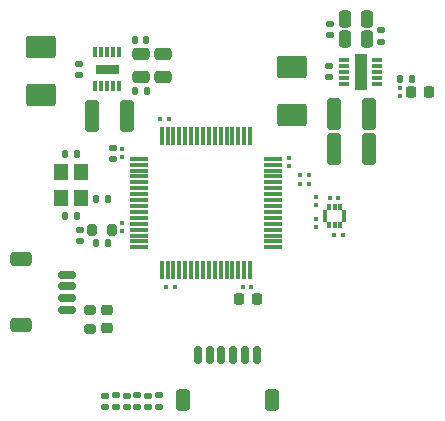
<source format=gbr>
%TF.GenerationSoftware,KiCad,Pcbnew,(6.0.4)*%
%TF.CreationDate,2023-01-18T12:07:05-06:00*%
%TF.ProjectId,Flight_Controller,466c6967-6874-45f4-936f-6e74726f6c6c,rev?*%
%TF.SameCoordinates,Original*%
%TF.FileFunction,Paste,Top*%
%TF.FilePolarity,Positive*%
%FSLAX46Y46*%
G04 Gerber Fmt 4.6, Leading zero omitted, Abs format (unit mm)*
G04 Created by KiCad (PCBNEW (6.0.4)) date 2023-01-18 12:07:05*
%MOMM*%
%LPD*%
G01*
G04 APERTURE LIST*
G04 Aperture macros list*
%AMRoundRect*
0 Rectangle with rounded corners*
0 $1 Rounding radius*
0 $2 $3 $4 $5 $6 $7 $8 $9 X,Y pos of 4 corners*
0 Add a 4 corners polygon primitive as box body*
4,1,4,$2,$3,$4,$5,$6,$7,$8,$9,$2,$3,0*
0 Add four circle primitives for the rounded corners*
1,1,$1+$1,$2,$3*
1,1,$1+$1,$4,$5*
1,1,$1+$1,$6,$7*
1,1,$1+$1,$8,$9*
0 Add four rect primitives between the rounded corners*
20,1,$1+$1,$2,$3,$4,$5,0*
20,1,$1+$1,$4,$5,$6,$7,0*
20,1,$1+$1,$6,$7,$8,$9,0*
20,1,$1+$1,$8,$9,$2,$3,0*%
G04 Aperture macros list end*
%ADD10C,0.010000*%
%ADD11RoundRect,0.135000X-0.185000X0.135000X-0.185000X-0.135000X0.185000X-0.135000X0.185000X0.135000X0*%
%ADD12RoundRect,0.147500X-0.172500X0.147500X-0.172500X-0.147500X0.172500X-0.147500X0.172500X0.147500X0*%
%ADD13RoundRect,0.079500X0.100500X-0.079500X0.100500X0.079500X-0.100500X0.079500X-0.100500X-0.079500X0*%
%ADD14RoundRect,0.079500X-0.079500X-0.100500X0.079500X-0.100500X0.079500X0.100500X-0.079500X0.100500X0*%
%ADD15RoundRect,0.200000X0.200000X0.275000X-0.200000X0.275000X-0.200000X-0.275000X0.200000X-0.275000X0*%
%ADD16RoundRect,0.075000X-0.700000X-0.075000X0.700000X-0.075000X0.700000X0.075000X-0.700000X0.075000X0*%
%ADD17RoundRect,0.075000X-0.075000X-0.700000X0.075000X-0.700000X0.075000X0.700000X-0.075000X0.700000X0*%
%ADD18RoundRect,0.140000X-0.170000X0.140000X-0.170000X-0.140000X0.170000X-0.140000X0.170000X0.140000X0*%
%ADD19RoundRect,0.079500X0.079500X0.100500X-0.079500X0.100500X-0.079500X-0.100500X0.079500X-0.100500X0*%
%ADD20RoundRect,0.250000X0.250000X0.475000X-0.250000X0.475000X-0.250000X-0.475000X0.250000X-0.475000X0*%
%ADD21RoundRect,0.135000X-0.135000X-0.185000X0.135000X-0.185000X0.135000X0.185000X-0.135000X0.185000X0*%
%ADD22RoundRect,0.140000X0.140000X0.170000X-0.140000X0.170000X-0.140000X-0.170000X0.140000X-0.170000X0*%
%ADD23RoundRect,0.200000X-1.050000X0.750000X-1.050000X-0.750000X1.050000X-0.750000X1.050000X0.750000X0*%
%ADD24RoundRect,0.249344X-1.000656X0.700656X-1.000656X-0.700656X1.000656X-0.700656X1.000656X0.700656X0*%
%ADD25RoundRect,0.250000X0.475000X-0.250000X0.475000X0.250000X-0.475000X0.250000X-0.475000X-0.250000X0*%
%ADD26RoundRect,0.225000X-0.225000X-0.250000X0.225000X-0.250000X0.225000X0.250000X-0.225000X0.250000X0*%
%ADD27RoundRect,0.250000X-0.325000X-1.100000X0.325000X-1.100000X0.325000X1.100000X-0.325000X1.100000X0*%
%ADD28RoundRect,0.200000X0.275000X-0.200000X0.275000X0.200000X-0.275000X0.200000X-0.275000X-0.200000X0*%
%ADD29RoundRect,0.079500X-0.100500X0.079500X-0.100500X-0.079500X0.100500X-0.079500X0.100500X0.079500X0*%
%ADD30RoundRect,0.135000X0.185000X-0.135000X0.185000X0.135000X-0.185000X0.135000X-0.185000X-0.135000X0*%
%ADD31RoundRect,0.140000X-0.140000X-0.170000X0.140000X-0.170000X0.140000X0.170000X-0.140000X0.170000X0*%
%ADD32RoundRect,0.150000X-0.625000X0.150000X-0.625000X-0.150000X0.625000X-0.150000X0.625000X0.150000X0*%
%ADD33RoundRect,0.250000X-0.650000X0.350000X-0.650000X-0.350000X0.650000X-0.350000X0.650000X0.350000X0*%
%ADD34RoundRect,0.140000X0.170000X-0.140000X0.170000X0.140000X-0.170000X0.140000X-0.170000X-0.140000X0*%
%ADD35RoundRect,0.225000X-0.250000X0.225000X-0.250000X-0.225000X0.250000X-0.225000X0.250000X0.225000X0*%
%ADD36RoundRect,0.007800X-0.412200X-0.122200X0.412200X-0.122200X0.412200X0.122200X-0.412200X0.122200X0*%
%ADD37R,1.050000X3.009999*%
%ADD38RoundRect,0.135000X0.135000X0.185000X-0.135000X0.185000X-0.135000X-0.185000X0.135000X-0.185000X0*%
%ADD39R,1.200000X1.400000*%
%ADD40RoundRect,0.007800X-0.122200X0.412200X-0.122200X-0.412200X0.122200X-0.412200X0.122200X0.412200X0*%
%ADD41RoundRect,0.007000X0.168000X-0.183000X0.168000X0.183000X-0.168000X0.183000X-0.168000X-0.183000X0*%
%ADD42RoundRect,0.150000X-0.150000X-0.625000X0.150000X-0.625000X0.150000X0.625000X-0.150000X0.625000X0*%
%ADD43RoundRect,0.250000X-0.350000X-0.650000X0.350000X-0.650000X0.350000X0.650000X-0.350000X0.650000X0*%
G04 APERTURE END LIST*
%TO.C,U7*%
G36*
X148630000Y-68500000D02*
G01*
X147970000Y-68500000D01*
X147970000Y-66600000D01*
X148630000Y-66600000D01*
X148630000Y-68500000D01*
G37*
D10*
X148630000Y-68500000D02*
X147970000Y-68500000D01*
X147970000Y-66600000D01*
X148630000Y-66600000D01*
X148630000Y-68500000D01*
%TO.C,U6*%
G36*
X127800000Y-67627500D02*
G01*
X125900000Y-67627500D01*
X125900000Y-66967500D01*
X127800000Y-66967500D01*
X127800000Y-67627500D01*
G37*
X127800000Y-67627500D02*
X125900000Y-67627500D01*
X125900000Y-66967500D01*
X127800000Y-66967500D01*
X127800000Y-67627500D01*
%TD*%
D11*
%TO.C,R29*%
X127600000Y-94950000D03*
X127600000Y-95970000D03*
%TD*%
D12*
%TO.C,D5*%
X126700000Y-94975000D03*
X126700000Y-95945000D03*
%TD*%
%TO.C,D3*%
X128500000Y-94975000D03*
X128500000Y-95945000D03*
%TD*%
D13*
%TO.C,C39*%
X128135000Y-74785000D03*
X128135000Y-74095000D03*
%TD*%
D14*
%TO.C,C46*%
X132055000Y-71585000D03*
X131365000Y-71585000D03*
%TD*%
D15*
%TO.C,FB1*%
X127235000Y-80960000D03*
X125585000Y-80960000D03*
%TD*%
D11*
%TO.C,R14*%
X131200000Y-94950000D03*
X131200000Y-95970000D03*
%TD*%
D13*
%TO.C,R6*%
X144535000Y-80040000D03*
X144535000Y-80730000D03*
%TD*%
D16*
%TO.C,U8*%
X129535000Y-74910000D03*
X129535000Y-75410000D03*
X129535000Y-75910000D03*
X129535000Y-76410000D03*
X129535000Y-76910000D03*
X129535000Y-77410000D03*
X129535000Y-77910000D03*
X129535000Y-78410000D03*
X129535000Y-78910000D03*
X129535000Y-79410000D03*
X129535000Y-79910000D03*
X129535000Y-80410000D03*
X129535000Y-80910000D03*
X129535000Y-81410000D03*
X129535000Y-81910000D03*
X129535000Y-82410000D03*
D17*
X131460000Y-84335000D03*
X131960000Y-84335000D03*
X132460000Y-84335000D03*
X132960000Y-84335000D03*
X133460000Y-84335000D03*
X133960000Y-84335000D03*
X134460000Y-84335000D03*
X134960000Y-84335000D03*
X135460000Y-84335000D03*
X135960000Y-84335000D03*
X136460000Y-84335000D03*
X136960000Y-84335000D03*
X137460000Y-84335000D03*
X137960000Y-84335000D03*
X138460000Y-84335000D03*
X138960000Y-84335000D03*
D16*
X140885000Y-82410000D03*
X140885000Y-81910000D03*
X140885000Y-81410000D03*
X140885000Y-80910000D03*
X140885000Y-80410000D03*
X140885000Y-79910000D03*
X140885000Y-79410000D03*
X140885000Y-78910000D03*
X140885000Y-78410000D03*
X140885000Y-77910000D03*
X140885000Y-77410000D03*
X140885000Y-76910000D03*
X140885000Y-76410000D03*
X140885000Y-75910000D03*
X140885000Y-75410000D03*
X140885000Y-74910000D03*
D17*
X138960000Y-72985000D03*
X138460000Y-72985000D03*
X137960000Y-72985000D03*
X137460000Y-72985000D03*
X136960000Y-72985000D03*
X136460000Y-72985000D03*
X135960000Y-72985000D03*
X135460000Y-72985000D03*
X134960000Y-72985000D03*
X134460000Y-72985000D03*
X133960000Y-72985000D03*
X133460000Y-72985000D03*
X132960000Y-72985000D03*
X132460000Y-72985000D03*
X131960000Y-72985000D03*
X131460000Y-72985000D03*
%TD*%
D18*
%TO.C,C44*%
X124510000Y-80930000D03*
X124510000Y-81890000D03*
%TD*%
D19*
%TO.C,C41*%
X131865000Y-85760000D03*
X132555000Y-85760000D03*
%TD*%
D20*
%TO.C,C17*%
X148850000Y-63050000D03*
X146950000Y-63050000D03*
%TD*%
D21*
%TO.C,R18*%
X151640000Y-68150000D03*
X152660000Y-68150000D03*
%TD*%
D22*
%TO.C,C38*%
X126890000Y-82060000D03*
X125930000Y-82060000D03*
%TD*%
D23*
%TO.C,L1*%
X121250000Y-65425000D03*
D24*
X121250000Y-69525000D03*
%TD*%
D25*
%TO.C,C16*%
X131600000Y-67975000D03*
X131600000Y-66075000D03*
%TD*%
D26*
%TO.C,C28*%
X152575000Y-69275000D03*
X154125000Y-69275000D03*
%TD*%
D20*
%TO.C,C19*%
X148850000Y-64750000D03*
X146950000Y-64750000D03*
%TD*%
D27*
%TO.C,C32*%
X146050000Y-74050000D03*
X149000000Y-74050000D03*
%TD*%
D28*
%TO.C,R27*%
X125420000Y-89345000D03*
X125420000Y-87695000D03*
%TD*%
D29*
%TO.C,C45*%
X142285000Y-75505000D03*
X142285000Y-74815000D03*
%TD*%
D30*
%TO.C,R16*%
X150075000Y-65010000D03*
X150075000Y-63990000D03*
%TD*%
D21*
%TO.C,R15*%
X129190000Y-69175000D03*
X130210000Y-69175000D03*
%TD*%
D31*
%TO.C,C34*%
X123310000Y-74470000D03*
X124270000Y-74470000D03*
%TD*%
D12*
%TO.C,D4*%
X130300000Y-94975000D03*
X130300000Y-95945000D03*
%TD*%
D19*
%TO.C,R11*%
X143215000Y-77010000D03*
X143905000Y-77010000D03*
%TD*%
%TO.C,C12*%
X145740000Y-78210000D03*
X146430000Y-78210000D03*
%TD*%
%TO.C,R7*%
X146780000Y-81335000D03*
X146090000Y-81335000D03*
%TD*%
D22*
%TO.C,C35*%
X124270000Y-79770000D03*
X123310000Y-79770000D03*
%TD*%
D13*
%TO.C,C13*%
X144535000Y-78845000D03*
X144535000Y-78155000D03*
%TD*%
D19*
%TO.C,C42*%
X139055000Y-85735000D03*
X138365000Y-85735000D03*
%TD*%
D32*
%TO.C,J10*%
X123450000Y-84725000D03*
X123450000Y-85725000D03*
X123450000Y-86725000D03*
X123450000Y-87725000D03*
D33*
X119575000Y-89025000D03*
X119575000Y-83425000D03*
%TD*%
D19*
%TO.C,R12*%
X143905000Y-76260000D03*
X143215000Y-76260000D03*
%TD*%
D27*
%TO.C,C30*%
X146050000Y-71100000D03*
X149000000Y-71100000D03*
%TD*%
D23*
%TO.C,L2*%
X142480000Y-67130000D03*
D24*
X142480000Y-71230000D03*
%TD*%
D34*
%TO.C,C23*%
X124425000Y-67855000D03*
X124425000Y-66895000D03*
%TD*%
%TO.C,C24*%
X145650000Y-68010000D03*
X145650000Y-67050000D03*
%TD*%
D11*
%TO.C,R13*%
X129400000Y-94950000D03*
X129400000Y-95970000D03*
%TD*%
D35*
%TO.C,C47*%
X126860000Y-87725000D03*
X126860000Y-89275000D03*
%TD*%
D26*
%TO.C,C36*%
X137975000Y-86810000D03*
X139525000Y-86810000D03*
%TD*%
D27*
%TO.C,C33*%
X125600000Y-71300000D03*
X128550000Y-71300000D03*
%TD*%
D13*
%TO.C,C40*%
X128135000Y-80315000D03*
X128135000Y-81005000D03*
%TD*%
D36*
%TO.C,U7*%
X146865000Y-66550000D03*
X146865000Y-67050000D03*
X146865000Y-67550000D03*
X146865000Y-68050000D03*
X146865000Y-68550000D03*
X149735000Y-68550000D03*
X149735000Y-68050000D03*
X149735000Y-67550000D03*
X149735000Y-67050000D03*
X149735000Y-66550000D03*
D37*
X148300000Y-67550000D03*
%TD*%
D34*
%TO.C,C37*%
X127310000Y-74940000D03*
X127310000Y-73980000D03*
%TD*%
D38*
%TO.C,R23*%
X126930000Y-78290000D03*
X125910000Y-78290000D03*
%TD*%
D39*
%TO.C,Y2*%
X122940000Y-76070000D03*
X122940000Y-78270000D03*
X124640000Y-78270000D03*
X124640000Y-76070000D03*
%TD*%
D40*
%TO.C,U6*%
X127850000Y-65862500D03*
X127350000Y-65862500D03*
X126850000Y-65862500D03*
X126350000Y-65862500D03*
X125850000Y-65862500D03*
X125850000Y-68732500D03*
X126350000Y-68732500D03*
X126850000Y-68732500D03*
X127350000Y-68732500D03*
X127850000Y-68732500D03*
%TD*%
D18*
%TO.C,C21*%
X145690000Y-63490000D03*
X145690000Y-64450000D03*
%TD*%
D31*
%TO.C,C20*%
X129195000Y-64850000D03*
X130155000Y-64850000D03*
%TD*%
D29*
%TO.C,C26*%
X151625000Y-69620000D03*
X151625000Y-68930000D03*
%TD*%
D25*
%TO.C,C18*%
X129750000Y-67975000D03*
X129750000Y-66075000D03*
%TD*%
D41*
%TO.C,U3*%
X145335000Y-79520000D03*
X145335000Y-80020000D03*
X145600000Y-80535000D03*
X146100000Y-80535000D03*
X146600000Y-80535000D03*
X146865000Y-80020000D03*
X146865000Y-79520000D03*
X146600000Y-79005000D03*
X146100000Y-79005000D03*
X145600000Y-79005000D03*
%TD*%
D42*
%TO.C,J12*%
X134530000Y-91490000D03*
X135530000Y-91490000D03*
X136530000Y-91490000D03*
X137530000Y-91490000D03*
X138530000Y-91490000D03*
X139530000Y-91490000D03*
D43*
X133230000Y-95365000D03*
X140830000Y-95365000D03*
%TD*%
M02*

</source>
